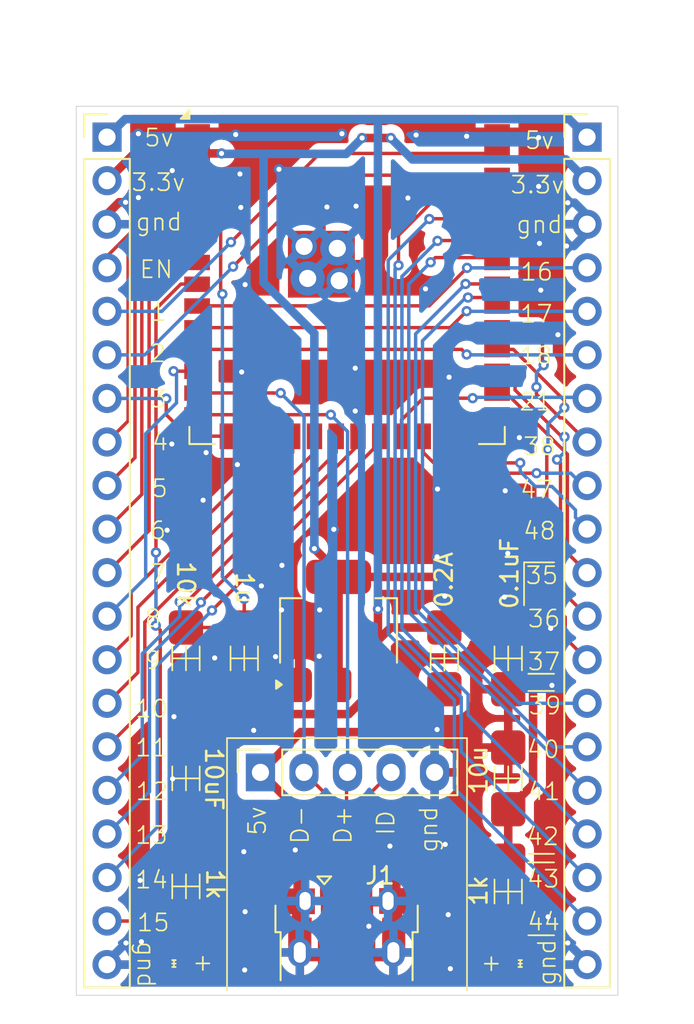
<source format=kicad_pcb>
(kicad_pcb (version 20240108) (generator "pcbnew") (generator_version "8.0")
  (layers (0 "F.Cu" signal) (31 "B.Cu" signal) (34 "B.Paste" user) (35 "F.Paste" user) (36 "B.SilkS" user "B.Silkscreen") (37 "F.SilkS" user "F.Silkscreen") (38 "B.Mask" user) (39 "F.Mask" user) (44 "Edge.Cuts" user))
  (net 0 "")
  (net 1 "GND")
  (net 2 "Net-(D1-A)")
  (net 3 "Net-(D2-A)")
  (net 4 "Net-(J1-VBUS)")
  (net 5 "unconnected-(J1-ID-Pad4)")
  (net 6 "/5v")
  (net 7 "/3.3v")
  (net 8 "/EN")
  (net 9 "/USB_D_N")
  (net 10 "/USB_D_P")
  (net 11 "/IO10")
  (net 12 "/IO4")
  (net 13 "/IO15")
  (net 14 "/IO9")
  (net 15 "/IO6")
  (net 16 "/IO14")
  (net 17 "/IO5")
  (net 18 "/IO2")
  (net 19 "/IO8")
  (net 20 "/IO13")
  (net 21 "/IO1")
  (net 22 "/IO11")
  (net 23 "/IO12")
  (net 24 "/IO7")
  (net 25 "/IO3")
  (net 26 "/IO44")
  (net 27 "/IO35")
  (net 28 "/IO36")
  (net 29 "/IO21")
  (net 30 "/IO41")
  (net 31 "/IO18")
  (net 32 "/IO42")
  (net 33 "/IO39")
  (net 34 "/IO38")
  (net 35 "/IO37")
  (net 36 "/IO47")
  (net 37 "/IO48")
  (net 38 "/IO40")
  (net 39 "/IO16")
  (net 40 "/IO43")
  (net 41 "/IO17")
  (net 42 "/IO45")
  (net 43 "/IO46")
  (net 44 "/IO0")
  (footprint "Connector_PinHeader_2.54mm:PinHeader_1x20_P2.54mm_Vertical" (layer "F.Cu") (at 114.17 75.7)
    (property "Reference" "J2" (hide yes))
    (property "Value" "Conn_01x20_Pin")
  )
  (footprint "Ivar_footprint_library:IVAR_1206_SMD_C" (layer "F.Cu") (at 122.175 107.9 -90)
    (property "Reference" "C4" (hide yes))
    (property "Value" "1u" (hide yes))
  )
  (footprint "Ivar_footprint_library:IVAR_Micro_USB_breakout_board_5pin" (layer "F.Cu") (at 123.12 112.75 90)
    (property "Reference" "Mico_USB_Breakout1" (hide yes))
    (property "Value" "Conn_01x05_Pin")
  )
  (footprint "Ivar_footprint_library:IVAR_1206_SMD_R" (layer "F.Cu") (at 118.775 121.2 -90)
    (property "Reference" "R2" (hide yes))
    (property "Value" "1k" (hide yes))
  )
  (footprint "Connector_PinHeader_2.54mm:PinHeader_1x20_P2.54mm_Vertical" (layer "F.Cu") (at 142.175 75.7)
    (property "Reference" "J3" (hide yes))
    (property "Value" "Conn_01x20_Pin")
  )
  (footprint "Ivar_footprint_library:IVAR_0603_SMD_LED" (layer "F.Cu") (at 118.775 123.9)
    (property "Reference" "D1" (hide yes))
    (property "Value" "5v" (hide yes))
  )
  (footprint "Connector_USB:USB_Micro-B_Amphenol_10103594-0001LF_Horizontal" (layer "F.Cu") (at 128.17 122.135)
    (property "Reference" "J1")
    (property "Value" "USB_B_Micro")
  )
  (footprint "Ivar_footprint_library:IVAR_1206_SMD_FUSE" (layer "F.Cu") (at 133.85 104.3 90)
    (property "Reference" "F1" (hide yes))
    (property "Value" "0.2A" (hide yes))
  )
  (footprint "Ivar_footprint_library:IVAR_1206_SMD_R" (layer "F.Cu") (at 118.775 104.3 90)
    (property "Reference" "R1" (hide yes))
    (property "Value" "10k" (hide yes))
  )
  (footprint "Ivar_footprint_library:IVAR_1206_SMD_R" (layer "F.Cu") (at 137.575 121.5 -90)
    (property "Reference" "R3" (hide yes))
    (property "Value" "1k" (hide yes))
  )
  (footprint "Ivar_footprint_library:IVAR_1206_SMD_C" (layer "F.Cu") (at 137.575 107.9 -90)
    (property "Reference" "C2" (hide yes))
    (property "Value" "0.1uF" (hide yes))
  )
  (footprint "Ivar_footprint_library:IVAR_0603_SMD_LED" (layer "F.Cu") (at 137.575 123.9 180)
    (property "Reference" "D2" (hide yes))
    (property "Value" "3.3v" (hide yes))
  )
  (footprint "Ivar_footprint_library:IVAR_1206_SMD_C" (layer "F.Cu") (at 118.775 111.3 90)
    (property "Reference" "C1" (hide yes))
    (property "Value" "10uF" (hide yes))
  )
  (footprint "Ivar_footprint_library:IVAR_1206_SMD_C" (layer "F.Cu") (at 137.575 111.3 90)
    (property "Reference" "C3" (hide yes))
    (property "Value" "10u" (hide yes))
  )
  (footprint "RF_Module:ESP32-S3-WROOM-1" (layer "F.Cu") (at 128.175 80.65)
    (property "Reference" "U2" (hide yes))
    (property "Value" "ESP32-S3-WROOM-1")
  )
  (footprint "Package_TO_SOT_SMD:SOT-223-3_TabPin2" (layer "F.Cu") (at 127.675 104.5 90)
    (property "Reference" "U1" (hide yes))
    (property "Value" "AMS1117-3.3")
  )
  (gr_line (start 140 108) (end 139 108) (stroke (width 0.1)) (layer "F.SilkS"))
  (gr_line (start 139 118) (end 140 118) (stroke (width 0.1)) (layer "F.SilkS"))
  (gr_line (start 140 107) (end 139 107) (stroke (width 0.1)) (layer "F.SilkS"))
  (gr_line (start 140 100.5) (end 140.25 100.5) (stroke (width 0.1)) (layer "F.SilkS"))
  (gr_line (start 140 122.25) (end 139 122.25) (stroke (width 0.1)) (layer "F.SilkS"))
  (gr_line (start 138.75 118) (end 140.25 118) (stroke (width 0.1)) (layer "F.SilkS"))
  (gr_line (start 138.5 100.5) (end 138.5 103) (stroke (width 0.1)) (layer "F.SilkS"))
  (gr_line (start 138.75 107) (end 140.25 107) (stroke (width 0.1)) (layer "F.SilkS"))
  (gr_line (start 140 117.5) (end 139 117.5) (stroke (width 0.1)) (layer "F.SilkS"))
  (gr_line (start 139 107) (end 138.75 107) (stroke (width 0.1)) (layer "F.SilkS"))
  (gr_line (start 140 100.5) (end 138.5 100.5) (stroke (width 0.1)) (layer "F.SilkS"))
  (gr_line (start 140.25 122.25) (end 138.75 122.25) (stroke (width 0.1)) (layer "F.SilkS"))
  (gr_line (start 140.25 117.5) (end 138.75 117.5) (stroke (width 0.1)) (layer "F.SilkS"))
  (gr_line (start 140.25 108) (end 138.75 108) (stroke (width 0.1)) (layer "F.SilkS"))
  (gr_line (start 143.975 125.75) (end 112.375 125.75) (stroke (width 0.05)) (layer "Edge.Cuts"))
  (gr_line (start 143.975 73.9) (end 112.375 73.9) (stroke (width 0.05)) (layer "Edge.Cuts"))
  (gr_line (start 143.975 73.9) (end 143.975 125.75) (stroke (width 0.05)) (layer "Edge.Cuts"))
  (gr_line (start 112.375 73.9) (end 112.375 125.75) (stroke (width 0.05)) (layer "Edge.Cuts"))
  (gr_text "gnd" (at 137.975 81.375 0) (layer "F.SilkS") (effects (font (size 1 1) (thickness 0.1)) (justify left bottom)))
  (gr_text "42" (at 138.575 117.075 0) (layer "F.SilkS") (effects (font (size 1 1) (thickness 0.1)) (justify left bottom)))
  (gr_text "9" (at 116.3 106.8 0) (layer "F.SilkS") (effects (font (size 1 1) (thickness 0.1)) (justify left bottom)))
  (gr_text "15" (at 115.85 122.1 0) (layer "F.SilkS") (effects (font (size 1 1) (thickness 0.1)) (justify left bottom)))
  (gr_text "36" (at 138.65 104.375 0) (layer "F.SilkS") (effects (font (size 1 1) (thickness 0.1)) (justify left bottom)))
  (gr_text "3.3v" (at 115.525 78.925 0) (layer "F.SilkS") (effects (font (size 1 1) (thickness 0.1)) (justify left bottom)))
  (gr_text "8" (at 116.3 104.35 0) (layer "F.SilkS") (effects (font (size 1 1) (thickness 0.1)) (justify left bottom)))
  (gr_text "3.3v" (at 137.64 79.07 0) (layer "F.SilkS") (effects (font (size 1 1) (thickness 0.1)) (justify left bottom)))
  (gr_text "35" (at 138.525 101.85 0) (layer "F.SilkS") (effects (font (size 1 1) (thickness 0.1)) (justify left bottom)))
  (gr_text "gnd" (at 115.86 122.53 -90) (layer "F.SilkS") (effects (font (size 1 1) (thickness 0.1)) (justify left bottom)))
  (gr_text "5v" (at 138.475 76.475 0) (layer "F.SilkS") (effects (font (size 1 1) (thickness 0.1)) (justify left bottom)))
  (gr_text "1" (at 116.625 86.5 0) (layer "F.SilkS") (effects (font (size 1 1) (thickness 0.1)) (justify left bottom)))
  (gr_text "40\n" (at 138.6 112 0) (layer "F.SilkS") (effects (font (size 1 1) (thickness 0.1)) (justify left bottom)))
  (gr_text "7" (at 116.6 101.725 0) (layer "F.SilkS") (effects (font (size 1 1) (thickness 0.1)) (justify left bottom)))
  (gr_text "6\n" (at 116.6 99.225 0) (layer "F.SilkS") (effects (font (size 1 1) (thickness 0.1)) (justify left bottom)))
  (gr_text "18" (at 138.175 89.025 0) (layer "F.SilkS") (effects (font (size 1 1) (thickness 0.1)) (justify left bottom)))
  (gr_text "12" (at 115.775 114.45 0) (layer "F.SilkS") (effects (font (size 1 1) (thickness 0.1)) (justify left bottom)))
  (gr_text "3" (at 116.65 91.55 0) (layer "F.SilkS") (effects (font (size 1 1) (thickness 0.1)) (justify left bottom)))
  (gr_text "10" (at 115.75 109.625 0) (layer "F.SilkS") (effects (font (size 1 1) (thickness 0.1)) (justify left bottom)))
  (gr_text "38" (at 138.375 94.325 0) (layer "F.SilkS") (effects (font (size 1 1) (thickness 0.1)) (justify left bottom)))
  (gr_text "EN\n" (at 116 84 0) (layer "F.SilkS") (effects (font (size 1 1) (thickness 0.1)) (justify left bottom)))
  (gr_text "4" (at 116.725 94.05 0) (layer "F.SilkS") (effects (font (size 1 1) (thickness 0.1)) (justify left bottom)))
  (gr_text "48" (at 138.375 99.25 0) (layer "F.SilkS") (effects (font (size 1 1) (thickness 0.1)) (justify left bottom)))
  (gr_text "21" (at 138.15 91.725 0) (layer "F.SilkS") (effects (font (size 1 1) (thickness 0.1)) (justify left bottom)))
  (gr_text "17" (at 138.2 86.6 0) (layer "F.SilkS") (effects (font (size 1 1) (thickness 0.1)) (justify left bottom)))
  (gr_text "39" (at 138.7 109.45 0) (layer "F.SilkS") (effects (font (size 1 1) (thickness 0.1)) (justify left bottom)))
  (gr_text "47" (at 138.2 96.85 0) (layer "F.SilkS") (effects (font (size 1 1) (thickness 0.1)) (justify left bottom)))
  (gr_text "44" (at 138.625 122.05 0) (layer "F.SilkS") (effects (font (size 1 1) (thickness 0.1)) (justify left bottom)))
  (gr_text "41" (at 138.65 114.45 0) (layer "F.SilkS") (effects (font (size 1 1) (thickness 0.1)) (justify left bottom)))
  (gr_text "43" (at 138.6 119.55 0) (layer "F.SilkS") (effects (font (size 1 1) (thickness 0.1)) (justify left bottom)))
  (gr_text "13" (at 115.75 117 0) (layer "F.SilkS") (effects (font (size 1 1) (thickness 0.1)) (justify left bottom)))
  (gr_text "gnd" (at 115.775 81.225 0) (layer "F.SilkS") (effects (font (size 1 1) (thickness 0.1)) (justify left bottom)))
  (gr_text "2" (at 116.6 88.9 0) (layer "F.SilkS") (effects (font (size 1 1) (thickness 0.1)) (justify left bottom)))
  (gr_text "5\n" (at 116.7 96.775 0) (layer "F.SilkS") (effects (font (size 1 1) (thickness 0.1)) (justify left bottom)))
  (gr_text "16" (at 138.225 84.15 0) (layer "F.SilkS") (effects (font (size 1 1) (thickness 0.1)) (justify left bottom)))
  (gr_text "14" (at 115.75 119.6 0) (layer "F.SilkS") (effects (font (size 1 1) (thickness 0.1)) (justify left bottom)))
  (gr_text "37" (at 138.65 106.875 0) (layer "F.SilkS") (effects (font (size 1 1) (thickness 0.1)) (justify left bottom)))
  (gr_text "gnd" (at 140.425 125.25 90) (layer "F.SilkS") (effects (font (size 1 1) (thickness 0.1)) (justify left bottom)))
  (gr_text "5v" (at 116.275 76.325 0) (layer "F.SilkS") (effects (font (size 1 1) (thickness 0.1)) (justify left bottom)))
  (gr_text "11" (at 115.75 111.9 0) (layer "F.SilkS") (effects (font (size 1 1) (thickness 0.1)) (justify left bottom)))
  (segment (start 127.185 123.52) (end 125.685 123.52) (width 0.5) (layer "F.Cu") (net 1))
  (segment (start 129.445 123.18) (end 129.445 121.725) (width 0.5) (layer "F.Cu") (net 1))
  (segment (start 114.175 80.2) (end 114.875 79.5) (width 0.5) (layer "F.Cu") (net 1))
  (segment (start 129.105 123.52) (end 130.605 123.52) (width 0.5) (layer "F.Cu") (net 1))
  (segment (start 129.445 121.725) (end 129.445 120.37) (width 0.5) (layer "F.Cu") (net 1))
  (segment (start 127.185 123.52) (end 129.105 123.52) (width 0.5) (layer "F.Cu") (net 1))
  (segment (start 130.605 123.52) (end 130.875 123.25) (width 0.2) (layer "F.Cu") (net 1))
  (segment (start 125.685 123.52) (end 125.415 123.25) (width 0.2) (layer "F.Cu") (net 1))
  (segment (start 129.105 123.52) (end 129.445 123.18) (width 0.5) (layer "F.Cu") (net 1))
  (segment (start 114.175 80.78) (end 114.175 80.2) (width 0.5) (layer "F.Cu") (net 1))
  (segment (start 114.875 79.5) (end 115.25 79.5) (width 0.5) (layer "F.Cu") (net 1))
  (via (at 122.15 117.375) (size 0.6) (drill 0.3) (layers "F.Cu" "B.Cu") (net 1))
  (via (at 141.05 79.525) (size 0.6) (drill 0.3) (layers "F.Cu" "B.Cu") (net 1))
  (via (at 139.475 84.625) (size 0.6) (drill 0.3) (layers "F.Cu" "B.Cu") (net 1))
  (via (at 124 106) (size 0.6) (drill 0.3) (layers "F.Cu" "B.Cu") (net 1))
  (via (at 134.075 121.05) (size 0.6) (drill 0.3) (layers "F.Cu" "B.Cu") (net 1))
  (via (at 139.9 121.175) (size 0.6) (drill 0.3) (layers "F.Cu" "B.Cu") (net 1))
  (via (at 116 75.5) (size 0.6) (drill 0.3) (layers "F.Cu" "B.Cu") (net 1))
  (via (at 128.7 79.725) (size 0.6) (drill 0.3) (layers "F.Cu" "B.Cu") (net 1))
  (via (at 126.55 105.975) (size 0.6) (drill 0.3) (layers "F.Cu" "B.Cu") (net 1))
  (via (at 116.1 119.05) (size 0.6) (drill 0.3) (layers "F.Cu" "B.Cu") (net 1))
  (via (at 129.445 121.725) (size 0.6) (drill 0.3) (layers "F.Cu" "B.Cu") (net 1))
  (via (at 119.775 96.875) (size 0.6) (drill 0.3) (layers "F.Cu" "B.Cu") (net 1))
  (via (at 132.2 75.575) (size 0.6) (drill 0.3) (layers "F.Cu" "B.Cu") (net 1))
  (via (at 133.425 100.175) (size 0.6) (drill 0.3) (layers "F.Cu" "B.Cu") (net 1))
  (via (at 124.2 77.575) (size 0.6) (drill 0.3) (layers "F.Cu" "B.Cu") (net 1))
  (via (at 138.225 93.225) (size 0.6) (drill 0.3) (layers "F.Cu" "B.Cu") (net 1))
  (via (at 127.4 98.575) (size 0.6) (drill 0.3) (layers "F.Cu" "B.Cu") (net 1))
  (via (at 132.75 84.55) (size 0.6) (drill 0.3) (layers "F.Cu" "B.Cu") (net 1))
  (via (at 128.65 89.175) (size 0.6) (drill 0.3) (layers "F.Cu" "B.Cu") (net 1))
  (via (at 122.2 124.275) (size 0.6) (drill 0.3) (layers "F.Cu" "B.Cu") (net 1))
  (via (at 130.675 117.05) (size 0.6) (drill 0.3) (layers "F.Cu" "B.Cu") (net 1))
  (via (at 133.425 110.25) (size 0.6) (drill 0.3) (layers "F.Cu" "B.Cu") (net 1))
  (via (at 133.9 116.95) (size 0.6) (drill 0.3) (layers "F.Cu" "B.Cu") (net 1))
  (via (at 134.2 124.2) (size 0.6) (drill 0.3) (layers "F.Cu" "B.Cu") (net 1))
  (via (at 127.875 75.5) (size 0.6) (drill 0.3) (layers "F.Cu" "B.Cu") (net 1))
  (via (at 139.4 81.9) (size 0.6) (drill 0.3) (layers "F.Cu" "B.Cu") (net 1))
  (via (at 133.875 102.475) (size 0.6) (drill 0.3) (layers "F.Cu" "B.Cu") (net 1))
  (via (at 134.125 89.7) (size 0.6) (drill 0.3) (layers "F.Cu" "B.Cu") (net 1))
  (via (at 115.25 79.5) (size 0.6) (drill 0.3) (layers "F.Cu" "B.Cu") (net 1))
  (via (at 125.15 117.275) (size 0.6) (drill 0.3) (layers "F.Cu" "B.Cu") (net 1))
  (via (at 122.225 120.875) (size 0.6) (drill 0.3) (layers "F.Cu" "B.Cu") (net 1))
  (via (at 117.975 77.65) (size 0.6) (drill 0.3) (layers "F.Cu" "B.Cu") (net 1))
  (via (at 140.975 82.05) (size 0.6) (drill 0.3) (layers "F.Cu" "B.Cu") (net 1))
  (via (at 121.775 94.8) (size 0.6) (drill 0.3) (layers "F.Cu" "B.Cu") (net 1))
  (via (at 139.35 75.725) (size 0.6) (drill 0.3) (layers "F.Cu" "B.Cu") (net 1))
  (via (at 118.075 109.5) (size 0.6) (drill 0.3) (layers "F.Cu" "B.Cu") (net 1))
  (via (at 137.35 102.525) (size 0.6) (drill 0.3) (layers "F.Cu" "B.Cu") (net 1))
  (via (at 140.05 104.35) (size 0.6) (drill 0.3) (layers "F.Cu" "B.Cu") (net 1))
  (via (at 116 79.225) (size 0.6) (drill 0.3) (layers "F.Cu" "B.Cu") (net 1))
  (via (at 140.475 87.225) (size 0.6) (drill 0.3) (layers "F.Cu" "B.Cu") (net 1))
  (via (at 116.175 122.625) (size 0.6) (drill 0.3) (layers "F.Cu" "B.Cu") (net 1))
  (via (at 117.675 98.625) (size 0.6) (drill 0.3) (layers "F.Cu" "B.Cu") (net 1))
  (via (at 140.125 107.675) (size 0.6) (drill 0.3) (layers "F.Cu" "B.Cu") (net 1))
  (via (at 121.675 75.55) (size 0.6) (drill 0.3) (layers "F.Cu" "B.Cu") (net 1))
  (via (at 121.975 79.8) (size 0.6) (drill 0.3) (layers "F.Cu" "B.Cu") (net 1))
  (via (at 131.725 79.25) (size 0.6) (drill 0.3) (layers "F.Cu" "B.Cu") (net 1))
  (via (at 126.575 103.275) (size 0.6) (drill 0.3) (layers "F.Cu" "B.Cu") (net 1))
  (via (at 128.65 91.675) (size 0.6) (drill 0.3) (layers "F.Cu" "B.Cu") (net 1))
  (via (at 122.025 89.4) (size 0.6) (drill 0.3) (layers "F.Cu" "B.Cu") (net 1))
  (via (at 121.925 77.85) (size 0.6) (drill 0.3) (layers "F.Cu" "B.Cu") (net 1))
  (via (at 117.95 93.6) (size 0.6) (drill 0.3) (layers "F.Cu" "B.Cu") (net 1))
  (via (at 141.05 122.7) (size 0.6) (drill 0.3) (layers "F.Cu" "B.Cu") (net 1))
  (via (at 139.35 78.575) (size 0.6) (drill 0.3) (layers "F.Cu" "B.Cu") (net 1))
  (via (at 119.95 94.1) (size 0.6) (drill 0.3) (layers "F.Cu" "B.Cu") (net 1))
  (via (at 137.4 96.325) (size 0.6) (drill 0.3) (layers "F.Cu" "B.Cu") (net 1))
  (via (at 124.35 103.275) (size 0.6) (drill 0.3) (layers "F.Cu" "B.Cu") (net 1))
  (via (at 123.175 101.875) (size 0.6) (drill 0.3) (layers "F.Cu" "B.Cu") (net 1))
  (via (at 115.275 122.7) (size 0.6) (drill 0.3) (layers "F.Cu" "B.Cu") (net 1))
  (via (at 122.225 84.3) (size 0.6) (drill 0.3) (layers "F.Cu" "B.Cu") (net 1))
  (via (at 122.725 110.3) (size 0.6) (drill 0.3) (layers "F.Cu" "B.Cu") (net 1))
  (via (at 137.55 99.975) (size 0.6) (drill 0.3) (layers "F.Cu" "B.Cu") (net 1))
  (via (at 124.375 100.675) (size 0.6) (drill 0.3) (layers "F.Cu" "B.Cu") (net 1))
  (via (at 118 113.125) (size 0.6) (drill 0.3) (layers "F.Cu" "B.Cu") (net 1))
  (via (at 133.45 96.225) (size 0.6) (drill 0.3) (layers "F.Cu" "B.Cu") (net 1))
  (via (at 127 79.775) (size 0.6) (drill 0.3) (layers "F.Cu" "B.Cu") (net 1))
  (via (at 120.45 106.075) (size 0.6) (drill 0.3) (layers "F.Cu" "B.Cu") (net 1))
  (via (at 135.15 75.65) (size 0.6) (drill 0.3) (layers "F.Cu" "B.Cu") (net 1))
  (segment (start 140.975 82.05) (end 141.4 82.05) (width 0.5) (layer "B.Cu") (net 1))
  (segment (start 142.175 81.275) (end 142.175 80.78) (width 0.5) (layer "B.Cu") (net 1))
  (segment (start 142.175 123.825) (end 141.05 122.7) (width 0.5) (layer "B.Cu") (net 1))
  (segment (start 142.175 123.96) (end 142.175 123.825) (width 0.5) (layer "B.Cu") (net 1))
  (segment (start 114.175 123.96) (end 114.175 123.8) (width 0.5) (layer "B.Cu") (net 1))
  (segment (start 141.45 79.525) (end 142.175 80.25) (width 0.5) (layer "B.Cu") (net 1))
  (segment (start 141.05 79.525) (end 141.45 79.525) (width 0.5) (layer "B.Cu") (net 1))
  (segment (start 114.175 123.8) (end 115.275 122.7) (width 0.5) (layer "B.Cu") (net 1))
  (segment (start 142.175 80.25) (end 142.175 80.78) (width 0.5) (layer "B.Cu") (net 1))
  (segment (start 141.4 82.05) (end 142.175 81.275) (width 0.5) (layer "B.Cu") (net 1))
  (segment (start 118.775 121.2) (end 118.775 123.9) (width 0.2) (layer "F.Cu") (net 2))
  (segment (start 137.575 121.5) (end 137.575 123.9) (width 0.2) (layer "F.Cu") (net 3))
  (segment (start 126.845 116.47) (end 126.845 120.37) (width 0.5) (layer "F.Cu") (net 4))
  (segment (start 123.125 112.75) (end 125.475 110.4) (width 0.5) (layer "F.Cu") (net 4))
  (segment (start 131.3475 110.4) (end 133.8475 107.9) (width 0.5) (layer "F.Cu") (net 4))
  (segment (start 125.475 110.4) (end 131.3475 110.4) (width 0.5) (layer "F.Cu") (net 4))
  (segment (start 123.125 112.75) (end 126.845 116.47) (width 0.5) (layer "F.Cu") (net 4))
  (segment (start 128.795 120.37) (end 128.795 114.7) (width 0.2) (layer "F.Cu") (net 5))
  (segment (start 128.795 114.7) (end 130.745 112.75) (width 0.2) (layer "F.Cu") (net 5))
  (segment (start 130.725 104.3) (end 129.975 105.05) (width 0.5) (layer "F.Cu") (net 6))
  (segment (start 120.225 109.35) (end 118.775 107.9) (width 0.5) (layer "F.Cu") (net 6))
  (segment (start 133.8475 104.3) (end 130.725 104.3) (width 0.5) (layer "F.Cu") (net 6))
  (segment (start 133.8475 104.3) (end 137.575 104.3) (width 0.5) (layer "F.Cu") (net 6))
  (segment (start 120.225 109.35) (end 128.275 109.35) (width 0.5) (layer "F.Cu") (net 6))
  (segment (start 128.275 109.35) (end 129.975 107.65) (width 0.5) (layer "F.Cu") (net 6))
  (segment (start 129.975 105.05) (end 129.975 107.65) (width 0.5) (layer "F.Cu") (net 6))
  (segment (start 120.225 113.45) (end 120.225 109.35) (width 0.5) (layer "F.Cu") (net 6))
  (segment (start 118.775 114.9) (end 118.775 117.9) (width 0.5) (layer "F.Cu") (net 6))
  (segment (start 129.975 105.05) (end 129.975 103.225) (width 0.5) (layer "F.Cu") (net 6))
  (segment (start 118.775 114.9) (end 120.225 113.45) (width 0.5) (layer "F.Cu") (net 6))
  (via (at 129.975 103.225) (size 0.6) (drill 0.3) (layers "F.Cu" "B.Cu") (net 6))
  (segment (start 133.85 74.65) (end 129.975 74.65) (width 0.5) (layer "B.Cu") (net 6))
  (segment (start 115.225 74.65) (end 114.175 75.7) (width 0.5) (layer "B.Cu") (net 6))
  (segment (start 141.125 74.65) (end 142.175 75.7) (width 0.5) (layer "B.Cu") (net 6))
  (segment (start 129.975 74.65) (end 115.225 74.65) (width 0.5) (layer "B.Cu") (net 6))
  (segment (start 133.85 74.65) (end 141.125 74.65) (width 0.5) (layer "B.Cu") (net 6))
  (segment (start 129.975 103.225) (end 129.975 74.65) (width 0.5) (layer "B.Cu") (net 6))
  (segment (start 127.675 101.35) (end 127.675 101.11) (width 0.5) (layer "F.Cu") (net 7))
  (segment (start 120.85 76.65) (end 119.425 76.65) (width 0.5) (layer "F.Cu") (net 7))
  (segment (start 127.675 101.11) (end 126.265 99.7) (width 0.5) (layer "F.Cu") (net 7))
  (segment (start 127.675 101.35) (end 137.775 101.35) (width 0.5) (layer "F.Cu") (net 7))
  (segment (start 115.765 76.65) (end 114.175 78.24) (width 0.5) (layer "F.Cu") (net 7))
  (segment (start 137.775 101.35) (end 139.025 102.6) (width 0.5) (layer "F.Cu") (net 7))
  (segment (start 139.025 113.45) (end 137.575 114.9) (width 0.5) (layer "F.Cu") (net 7))
  (segment (start 127.675 107.65) (end 127.675 101.35) (width 0.5) (layer "F.Cu") (net 7))
  (segment (start 119.425 76.65) (end 115.765 76.65) (width 0.5) (layer "F.Cu") (net 7))
  (segment (start 139.025 102.6) (end 139.025 113.45) (width 0.5) (layer "F.Cu") (net 7))
  (segment (start 137.575 117.9) (end 137.575 114.9) (width 0.5) (layer "F.Cu") (net 7))
  (segment (start 129.05 75.75) (end 130.725 75.75) (width 0.5) (layer "F.Cu") (net 7))
  (via (at 129.05 75.75) (size 0.6) (drill 0.3) (layers "F.Cu" "B.Cu") (net 7))
  (via (at 130.725 75.75) (size 0.6) (drill 0.3) (layers "F.Cu" "B.Cu") (net 7))
  (via (at 120.85 76.65) (size 0.6) (drill 0.3) (layers "F.Cu" "B.Cu") (net 7))
  (via (at 126.265 99.7) (size 0.6) (drill 0.3) (layers "F.Cu" "B.Cu") (net 7))
  (segment (start 120.875 76.675) (end 120.85 76.65) (width 0.5) (layer "B.Cu") (net 7))
  (segment (start 130.725 75.75) (end 131.975 77) (width 0.5) (layer "B.Cu") (net 7))
  (segment (start 123.3 76.675) (end 128.125 76.675) (width 0.5) (layer "B.Cu") (net 7))
  (segment (start 128.125 76.675) (end 129.05 75.75) (width 0.5) (layer "B.Cu") (net 7))
  (segment (start 123.3 84.175) (end 123.3 76.675) (width 0.5) (layer "B.Cu") (net 7))
  (segment (start 140.935 77) (end 142.175 78.24) (width 0.5) (layer "B.Cu") (net 7))
  (segment (start 123.3 76.675) (end 120.875 76.675) (width 0.5) (layer "B.Cu") (net 7))
  (segment (start 131.975 77) (end 140.935 77) (width 0.5) (layer "B.Cu") (net 7))
  (segment (start 126.265 87.14) (end 123.3 84.175) (width 0.5) (layer "B.Cu") (net 7))
  (segment (start 126.265 99.7) (end 126.265 87.14) (width 0.5) (layer "B.Cu") (net 7))
  (segment (start 122.175 104.3) (end 118.775 104.3) (width 0.2) (layer "F.Cu") (net 8))
  (segment (start 120.9 84.85) (end 120.8 84.75) (width 0.2) (layer "F.Cu") (net 8))
  (segment (start 120.375 77.92) (end 119.425 77.92) (width 0.2) (layer "F.Cu") (net 8))
  (segment (start 122.175 102.625) (end 122.175 104.3) (width 0.2) (layer "F.Cu") (net 8))
  (segment (start 114.175 82.64) (end 114.175 83.32) (width 0.2) (layer "F.Cu") (net 8))
  (segment (start 119.425 77.92) (end 118.895 77.92) (width 0.2) (layer "F.Cu") (net 8))
  (segment (start 120.8 84.75) (end 120.8 78.345) (width 0.2) (layer "F.Cu") (net 8))
  (segment (start 118.895 77.92) (end 114.175 82.64) (width 0.2) (layer "F.Cu") (net 8))
  (segment (start 120.8 78.345) (end 120.375 77.92) (width 0.2) (layer "F.Cu") (net 8))
  (via (at 120.9 84.85) (size 0.6) (drill 0.3) (layers "F.Cu" "B.Cu") (net 8))
  (via (at 122.175 102.625) (size 0.6) (drill 0.3) (layers "F.Cu" "B.Cu") (net 8))
  (segment (start 120.9 84.85) (end 120.9 101.35) (width 0.2) (layer "B.Cu") (net 8))
  (segment (start 120.9 101.35) (end 122.175 102.625) (width 0.2) (layer "B.Cu") (net 8))
  (segment (start 124.3 90.625) (end 123.85 90.625) (width 0.2) (layer "F.Cu") (net 9))
  (segment (start 125.665 112.75) (end 127.495 114.58) (width 0.2) (layer "F.Cu") (net 9))
  (segment (start 123.845 90.62) (end 119.425 90.62) (width 0.2) (layer "F.Cu") (net 9))
  (segment (start 123.85 90.625) (end 123.845 90.62) (width 0.2) (layer "F.Cu") (net 9))
  (segment (start 127.495 114.58) (end 127.495 120.37) (width 0.2) (layer "F.Cu") (net 9))
  (via (at 124.3 90.625) (size 0.6) (drill 0.3) (layers "F.Cu" "B.Cu") (net 9))
  (segment (start 125.665 91.99) (end 124.3 90.625) (width 0.2) (layer "B.Cu") (net 9))
  (segment (start 125.665 112.75) (end 125.665 91.99) (width 0.2) (layer "B.Cu") (net 9))
  (segment (start 127.224998 91.89) (end 119.425 91.89) (width 0.2) (layer "F.Cu") (net 10))
  (segment (start 128.145 120.37) (end 128.145 112.81) (width 0.2) (layer "F.Cu") (net 10))
  (segment (start 127.225 91.889998) (end 127.224998 91.89) (width 0.2) (layer "F.Cu") (net 10))
  (segment (start 128.145 112.81) (end 128.205 112.75) (width 0.2) (layer "F.Cu") (net 10))
  (via (at 127.225 91.889998) (size 0.6) (drill 0.3) (layers "F.Cu" "B.Cu") (net 10))
  (segment (start 128.205 112.75) (end 128.205 92.869998) (width 0.2) (layer "B.Cu") (net 10))
  (segment (start 128.205 92.869998) (end 127.225 91.889998) (width 0.2) (layer "B.Cu") (net 10))
  (segment (start 125 94.09) (end 115.975 103.115) (width 0.2) (layer "F.Cu") (net 11))
  (segment (start 115.975 103.115) (end 115.975 106.92) (width 0.2) (layer "F.Cu") (net 11))
  (segment (start 115.975 106.92) (end 114.175 108.72) (width 0.2) (layer "F.Cu") (net 11))
  (segment (start 125 93.14) (end 125 94.09) (width 0.2) (layer "F.Cu") (net 11))
  (segment (start 115.4 92.255) (end 114.175 93.48) (width 0.2) (layer "F.Cu") (net 12))
  (segment (start 118.475 79.19) (end 115.4 82.265) (width 0.2) (layer "F.Cu") (net 12))
  (segment (start 119.425 79.19) (end 118.475 79.19) (width 0.2) (layer "F.Cu") (net 12))
  (segment (start 115.4 82.265) (end 115.4 92.255) (width 0.2) (layer "F.Cu") (net 12))
  (segment (start 117.275 104.45) (end 117.016765 104.191765) (width 0.2) (layer "F.Cu") (net 13))
  (segment (start 117.275 119.825) (end 117.275 104.45) (width 0.2) (layer "F.Cu") (net 13))
  (segment (start 115.68 121.42) (end 117.275 119.825) (width 0.2) (layer "F.Cu") (net 13))
  (segment (start 114.175 121.42) (end 115.68 121.42) (width 0.2) (layer "F.Cu") (net 13))
  (segment (start 118.475 84.27) (end 117.025 85.72) (width 0.2) (layer "F.Cu") (net 13))
  (segment (start 119.425 84.27) (end 118.475 84.27) (width 0.2) (layer "F.Cu") (net 13))
  (segment (start 117.025 85.72) (end 117.025 99.925) (width 0.2) (layer "F.Cu") (net 13))
  (via (at 117.016765 104.191765) (size 0.6) (drill 0.3) (layers "F.Cu" "B.Cu") (net 13))
  (via (at 117.025 99.925) (size 0.6) (drill 0.3) (layers "F.Cu" "B.Cu") (net 13))
  (segment (start 117.025 99.925) (end 117.025 104.18353) (width 0.2) (layer "B.Cu") (net 13))
  (segment (start 117.025 104.18353) (end 117.016765 104.191765) (width 0.2) (layer "B.Cu") (net 13))
  (segment (start 123.73 94.09) (end 115.575 102.245) (width 0.2) (layer "F.Cu") (net 14))
  (segment (start 123.73 93.14) (end 123.73 94.09) (width 0.2) (layer "F.Cu") (net 14))
  (segment (start 115.575 104.78) (end 114.175 106.18) (width 0.2) (layer "F.Cu") (net 14))
  (segment (start 115.575 102.245) (end 115.575 104.78) (width 0.2) (layer "F.Cu") (net 14))
  (segment (start 116.2 96.535) (end 114.175 98.56) (width 0.2) (layer "F.Cu") (net 15))
  (segment (start 118.475 81.73) (end 116.2 84.005) (width 0.2) (layer "F.Cu") (net 15))
  (segment (start 119.425 81.73) (end 118.475 81.73) (width 0.2) (layer "F.Cu") (net 15))
  (segment (start 116.2 84.005) (end 116.2 96.535) (width 0.2) (layer "F.Cu") (net 15))
  (segment (start 130.08 93.14) (end 130.08 93.516744) (width 0.2) (layer "F.Cu") (net 16))
  (segment (start 130.08 93.516744) (end 120.291391 103.305353) (width 0.2) (layer "F.Cu") (net 16))
  (via (at 120.291391 103.305353) (size 0.6) (drill 0.3) (layers "F.Cu" "B.Cu") (net 16))
  (segment (start 117.1 106.496744) (end 117.1 115.955) (width 0.2) (layer "B.Cu") (net 16))
  (segment (start 120.291391 103.305353) (end 117.1 106.496744) (width 0.2) (layer "B.Cu") (net 16))
  (segment (start 117.1 115.955) (end 114.175 118.88) (width 0.2) (layer "B.Cu") (net 16))
  (segment (start 115.8 94.395) (end 114.175 96.02) (width 0.2) (layer "F.Cu") (net 17))
  (segment (start 115.8 83.135) (end 115.8 94.395) (width 0.2) (layer "F.Cu") (net 17))
  (segment (start 119.425 80.46) (end 118.475 80.46) (width 0.2) (layer "F.Cu") (net 17))
  (segment (start 118.475 80.46) (end 115.8 83.135) (width 0.2) (layer "F.Cu") (net 17))
  (segment (start 126.855 77.92) (end 121.525 83.25) (width 0.2) (layer "F.Cu") (net 18))
  (segment (start 136.925 77.92) (end 126.855 77.92) (width 0.2) (layer "F.Cu") (net 18))
  (via (at 121.525 83.25) (size 0.6) (drill 0.3) (layers "F.Cu" "B.Cu") (net 18))
  (segment (start 121.525 83.25) (end 116.375 88.4) (width 0.2) (layer "B.Cu") (net 18))
  (segment (start 116.375 88.4) (end 114.175 88.4) (width 0.2) (layer "B.Cu") (net 18))
  (segment (start 118.05 89.35) (end 119.425 89.35) (width 0.2) (layer "F.Cu") (net 19))
  (via (at 118.05 89.35) (size 0.6) (drill 0.3) (layers "F.Cu" "B.Cu") (net 19))
  (segment (start 118.225 91.198529) (end 118.225 89.525) (width 0.2) (layer "B.Cu") (net 19))
  (segment (start 116.425 92.998529) (end 118.225 91.198529) (width 0.2) (layer "B.Cu") (net 19))
  (segment (start 118.225 89.525) (end 118.05 89.35) (width 0.2) (layer "B.Cu") (net 19))
  (segment (start 114.175 103.64) (end 116.425 101.39) (width 0.2) (layer "B.Cu") (net 19))
  (segment (start 116.425 101.39) (end 116.425 92.998529) (width 0.2) (layer "B.Cu") (net 19))
  (segment (start 128.81 93.668527) (end 119.646264 102.832263) (width 0.2) (layer "F.Cu") (net 20))
  (segment (start 128.81 93.14) (end 128.81 93.668527) (width 0.2) (layer "F.Cu") (net 20))
  (via (at 119.646264 102.832263) (size 0.6) (drill 0.3) (layers "F.Cu" "B.Cu") (net 20))
  (segment (start 116.647744 105.975) (end 116.647744 113.867256) (width 0.2) (layer "B.Cu") (net 20))
  (segment (start 119.646264 102.832263) (end 119.646264 102.97648) (width 0.2) (layer "B.Cu") (net 20))
  (segment (start 116.647744 113.867256) (end 114.175 116.34) (width 0.2) (layer "B.Cu") (net 20))
  (segment (start 118.808526 103.814218) (end 118.808526 103.814219) (width 0.2) (layer "B.Cu") (net 20))
  (segment (start 119.646264 102.97648) (end 118.808526 103.814218) (width 0.2) (layer "B.Cu") (net 20))
  (segment (start 118.808526 103.814219) (end 116.647744 105.975) (width 0.2) (layer "B.Cu") (net 20))
  (segment (start 126.575 76.65) (end 121.4 81.825) (width 0.2) (layer "F.Cu") (net 21))
  (segment (start 136.925 76.65) (end 126.575 76.65) (width 0.2) (layer "F.Cu") (net 21))
  (via (at 121.4 81.825) (size 0.6) (drill 0.3) (layers "F.Cu" "B.Cu") (net 21))
  (segment (start 117.365 85.86) (end 114.175 85.86) (width 0.2) (layer "B.Cu") (net 21))
  (segment (start 121.4 81.825) (end 117.365 85.86) (width 0.2) (layer "B.Cu") (net 21))
  (segment (start 116.375 109.06) (end 114.175 111.26) (width 0.2) (layer "F.Cu") (net 22))
  (segment (start 126.27 94.09) (end 116.375 103.985) (width 0.2) (layer "F.Cu") (net 22))
  (segment (start 126.27 93.14) (end 126.27 94.09) (width 0.2) (layer "F.Cu") (net 22))
  (segment (start 116.375 103.985) (end 116.375 109.06) (width 0.2) (layer "F.Cu") (net 22))
  (segment (start 127.54 94.09) (end 118.829999 102.800001) (width 0.2) (layer "F.Cu") (net 23))
  (segment (start 118.829999 102.800001) (end 118.408526 102.800001) (width 0.2) (layer "F.Cu") (net 23))
  (segment (start 127.54 93.14) (end 127.54 94.09) (width 0.2) (layer "F.Cu") (net 23))
  (via (at 118.408526 102.800001) (size 0.6) (drill 0.3) (layers "F.Cu" "B.Cu") (net 23))
  (segment (start 118.408526 103.648533) (end 116.225 105.832059) (width 0.2) (layer "B.Cu") (net 23))
  (segment (start 118.408526 102.800001) (end 118.408526 103.648533) (width 0.2) (layer "B.Cu") (net 23))
  (segment (start 116.225 111.75) (end 114.175 113.8) (width 0.2) (layer "B.Cu") (net 23))
  (segment (start 116.225 105.832059) (end 116.225 111.75) (width 0.2) (layer "B.Cu") (net 23))
  (segment (start 118.475 83) (end 116.625 84.85) (width 0.2) (layer "F.Cu") (net 24))
  (segment (start 119.425 83) (end 118.475 83) (width 0.2) (layer "F.Cu") (net 24))
  (segment (start 116.625 98.65) (end 114.175 101.1) (width 0.2) (layer "F.Cu") (net 24))
  (segment (start 116.625 84.85) (end 116.625 98.65) (width 0.2) (layer "F.Cu") (net 24))
  (segment (start 121.19 93.14) (end 118.875 93.14) (width 0.2) (layer "F.Cu") (net 25))
  (segment (start 117.625 91.89) (end 117.625 90.95) (width 0.2) (layer "F.Cu") (net 25))
  (segment (start 118.875 93.14) (end 117.625 91.89) (width 0.2) (layer "F.Cu") (net 25))
  (via (at 117.625 90.95) (size 0.6) (drill 0.3) (layers "F.Cu" "B.Cu") (net 25))
  (segment (start 117.615 90.94) (end 114.175 90.94) (width 0.2) (layer "B.Cu") (net 25))
  (segment (start 117.625 90.95) (end 117.615 90.94) (width 0.2) (layer "B.Cu") (net 25))
  (segment (start 132.975 80.475) (end 132.99 80.46) (width 0.2) (layer "F.Cu") (net 26))
  (segment (start 132.99 80.46) (end 136.925 80.46) (width 0.2) (layer "F.Cu") (net 26))
  (via (at 132.975 80.475) (size 0.6) (drill 0.3) (layers "F.Cu" "B.Cu") (net 26))
  (segment (start 130.575 102.976471) (end 130.575 82.875) (width 0.2) (layer "B.Cu") (net 26))
  (segment (start 130.575 104.673529) (end 130.575 102.976471) (width 0.2) (layer "B.Cu") (net 26))
  (segment (start 134.435 113.68) (end 134.435 108.533529) (width 0.2) (layer "B.Cu") (net 26))
  (segment (start 130.575 82.875) (end 132.975 80.475) (width 0.2) (layer "B.Cu") (net 26))
  (segment (start 134.435 108.533529) (end 130.575 104.673529) (width 0.2) (layer "B.Cu") (net 26))
  (segment (start 142.175 121.42) (end 134.435 113.68) (width 0.2) (layer "B.Cu") (net 26))
  (segment (start 141.025 94.19) (end 141.025 99.95) (width 0.2) (layer "F.Cu") (net 27))
  (segment (start 137.455 90.62) (end 141.025 94.19) (width 0.2) (layer "F.Cu") (net 27))
  (segment (start 141.025 99.95) (end 142.175 101.1) (width 0.2) (layer "F.Cu") (net 27))
  (segment (start 136.925 90.62) (end 137.455 90.62) (width 0.2) (layer "F.Cu") (net 27))
  (segment (start 140.625 102.09) (end 142.175 103.64) (width 0.2) (layer "F.Cu") (net 28))
  (segment (start 140.625 94.706765) (end 140.625 102.09) (width 0.2) (layer "F.Cu") (net 28))
  (segment (start 137.975 89.87) (end 137.975 90.45) (width 0.2) (layer "F.Cu") (net 28))
  (segment (start 137.455 89.35) (end 137.975 89.87) (width 0.2) (layer "F.Cu") (net 28))
  (segment (start 137.975 90.45) (end 140.701116 93.176116) (width 0.2) (layer "F.Cu") (net 28))
  (segment (start 140.701116 93.176116) (end 140.859646 93.176116) (width 0.2) (layer "F.Cu") (net 28))
  (segment (start 136.925 89.35) (end 137.455 89.35) (width 0.2) (layer "F.Cu") (net 28))
  (segment (start 140.425 94.506765) (end 140.625 94.706765) (width 0.2) (layer "F.Cu") (net 28))
  (via (at 140.425 94.506765) (size 0.6) (drill 0.3) (layers "F.Cu" "B.Cu") (net 28))
  (via (at 140.859646 93.176116) (size 0.6) (drill 0.3) (layers "F.Cu" "B.Cu") (net 28))
  (segment (start 140.859646 93.176116) (end 140.859646 94.072119) (width 0.2) (layer "B.Cu") (net 28))
  (segment (start 140.859646 94.072119) (end 140.425 94.506765) (width 0.2) (layer "B.Cu") (net 28))
  (segment (start 135.5 90.925) (end 132.615 90.925) (width 0.2) (layer "F.Cu") (net 29))
  (segment (start 132.615 90.925) (end 131.35 92.19) (width 0.2) (layer "F.Cu") (net 29))
  (segment (start 131.35 92.19) (end 131.35 93.14) (width 0.2) (layer "F.Cu") (net 29))
  (via (at 135.5 90.925) (size 0.6) (drill 0.3) (layers "F.Cu" "B.Cu") (net 29))
  (segment (start 135.5 90.925) (end 135.549265 90.875735) (width 0.2) (layer "B.Cu") (net 29))
  (segment (start 135.549265 90.875735) (end 142.110735 90.875735) (width 0.2) (layer "B.Cu") (net 29))
  (segment (start 142.110735 90.875735) (end 142.175 90.94) (width 0.2) (layer "B.Cu") (net 29))
  (segment (start 136.65 82.725) (end 136.925 83) (width 0.2) (layer "F.Cu") (net 30))
  (segment (start 133.32353 82.725) (end 136.65 82.725) (width 0.2) (layer "F.Cu") (net 30))
  (segment (start 133.049265 82.999265) (end 133.32353 82.725) (width 0.2) (layer "F.Cu") (net 30))
  (via (at 133.049265 82.999265) (size 0.6) (drill 0.3) (layers "F.Cu" "B.Cu") (net 30))
  (segment (start 131.775 84.434315) (end 131.775 84.27353) (width 0.2) (layer "B.Cu") (net 30))
  (segment (start 131.775 84.27353) (end 133.049265 82.999265) (width 0.2) (layer "B.Cu") (net 30))
  (segment (start 131.775 99.75) (end 131.775 84.434315) (width 0.2) (layer "B.Cu") (net 30))
  (segment (start 142.175 113.8) (end 131.775 103.4) (width 0.2) (layer "B.Cu") (net 30))
  (segment (start 131.775 103.4) (end 131.775 99.75) (width 0.2) (layer "B.Cu") (net 30))
  (segment (start 119.425 88.08) (end 134.855 88.08) (width 0.2) (layer "F.Cu") (net 31))
  (segment (start 134.855 88.08) (end 135.15 88.375) (width 0.2) (layer "F.Cu") (net 31))
  (via (at 135.15 88.375) (size 0.6) (drill 0.3) (layers "F.Cu" "B.Cu") (net 31))
  (segment (start 135.175 88.4) (end 142.175 88.4) (width 0.2) (layer "B.Cu") (net 31))
  (segment (start 135.15 88.375) (end 135.175 88.4) (width 0.2) (layer "B.Cu") (net 31))
  (segment (start 133.45 81.75) (end 133.47 81.73) (width 0.2) (layer "F.Cu") (net 32))
  (segment (start 133.47 81.73) (end 136.925 81.73) (width 0.2) (layer "F.Cu") (net 32))
  (via (at 133.45 81.75) (size 0.6) (drill 0.3) (layers "F.Cu" "B.Cu") (net 32))
  (segment (start 131.375 104.342158) (end 131.375 84.6) (width 0.2) (layer "B.Cu") (net 32))
  (segment (start 142.175 116.34) (end 135.235 109.4) (width 0.2) (layer "B.Cu") (net 32))
  (segment (start 133.266421 106.233579) (end 131.375 104.342158) (width 0.2) (layer "B.Cu") (net 32))
  (segment (start 135.235 109.4) (end 135.235 108.202158) (width 0.2) (layer "B.Cu") (net 32))
  (segment (start 135.235 108.202158) (end 133.266421 106.233579) (width 0.2) (layer "B.Cu") (net 32))
  (segment (start 131.375 84.6) (end 131.375 83.825) (width 0.2) (layer "B.Cu") (net 32))
  (segment (start 131.375 83.825) (end 133.45 81.75) (width 0.2) (layer "B.Cu") (net 32))
  (segment (start 136.438717 85.053717) (end 136.925 85.54) (width 0.2) (layer "F.Cu") (net 33))
  (segment (start 135.22706 85.053717) (end 136.438717 85.053717) (width 0.2) (layer "F.Cu") (net 33))
  (via (at 135.22706 85.053717) (size 0.6) (drill 0.3) (layers "F.Cu" "B.Cu") (net 33))
  (segment (start 138.226372 108.72) (end 132.575 103.068628) (width 0.2) (layer "B.Cu") (net 33))
  (segment (start 132.575 103.068628) (end 132.575 87.725) (width 0.2) (layer "B.Cu") (net 33))
  (segment (start 135.097754 85.053717) (end 135.22706 85.053717) (width 0.2) (layer "B.Cu") (net 33))
  (segment (start 132.575 87.725) (end 132.575 87.576471) (width 0.2) (layer "B.Cu") (net 33))
  (segment (start 132.575 87.576471) (end 135.097754 85.053717) (width 0.2) (layer "B.Cu") (net 33))
  (segment (start 142.175 108.72) (end 138.226372 108.72) (width 0.2) (layer "B.Cu") (net 33))
  (segment (start 142.175 93.48) (end 140.770735 92.075735) (width 0.2) (layer "F.Cu") (net 34))
  (segment (start 139.225 86.8) (end 136.935 86.8) (width 0.2) (layer "F.Cu") (net 34))
  (segment (start 139.575 87.15) (end 139.225 86.8) (width 0.2) (layer "F.Cu") (net 34))
  (segment (start 139.643527 89) (end 139.575 88.931473) (width 0.2) (layer "F.Cu") (net 34))
  (segment (start 136.935 86.8) (end 136.925 86.81) (width 0.2) (layer "F.Cu") (net 34))
  (segment (start 140.600736 92.075735) (end 139.222207 90.697206) (width 0.2) (layer "F.Cu") (net 34))
  (segment (start 139.222207 90.697206) (end 139.222207 90.275735) (width 0.2) (layer "F.Cu") (net 34))
  (segment (start 140.770735 92.075735) (end 140.600736 92.075735) (width 0.2) (layer "F.Cu") (net 34))
  (segment (start 139.575 88.931473) (end 139.575 87.15) (width 0.2) (layer "F.Cu") (net 34))
  (via (at 139.222207 90.275735) (size 0.6) (drill 0.3) (layers "F.Cu" "B.Cu") (net 34))
  (via (at 139.643527 89) (size 0.6) (drill 0.3) (layers "F.Cu" "B.Cu") (net 34))
  (segment (start 139.222207 89.42132) (end 139.643527 89) (width 0.2) (layer "B.Cu") (net 34))
  (segment (start 139.222207 90.275735) (end 139.222207 89.42132) (width 0.2) (layer "B.Cu") (net 34))
  (segment (start 139.825 93.977452) (end 139.825 102.622182) (width 0.2) (layer "F.Cu") (net 35))
  (segment (start 137.875 88.08) (end 140.849265 91.054265) (width 0.2) (layer "F.Cu") (net 35))
  (segment (start 140.9 103.697182) (end 140.9 104.905) (width 0.2) (layer "F.Cu") (net 35))
  (segment (start 140.9 104.905) (end 142.175 106.18) (width 0.2) (layer "F.Cu") (net 35))
  (segment (start 139.825 102.622182) (end 140.9 103.697182) (width 0.2) (layer "F.Cu") (net 35))
  (segment (start 140.849265 91.054265) (end 140.849265 91.475735) (width 0.2) (layer "F.Cu") (net 35))
  (segment (start 139.894461 93.907991) (end 139.825 93.977452) (width 0.2) (layer "F.Cu") (net 35))
  (segment (start 136.925 88.08) (end 137.875 88.08) (width 0.2) (layer "F.Cu") (net 35))
  (via (at 139.894461 93.907991) (size 0.6) (drill 0.3) (layers "F.Cu" "B.Cu") (net 35))
  (via (at 140.849265 91.475735) (size 0.6) (drill 0.3) (layers "F.Cu" "B.Cu") (net 35))
  (segment (start 140.849265 91.475735) (end 139.894461 92.430539) (width 0.2) (layer "B.Cu") (net 35))
  (segment (start 139.894461 92.430539) (end 139.894461 93.907991) (width 0.2) (layer "B.Cu") (net 35))
  (segment (start 132.62 93.14) (end 132.62 94.09) (width 0.2) (layer "F.Cu") (net 36))
  (segment (start 132.62 94.09) (end 133.83 95.3) (width 0.2) (layer "F.Cu") (net 36))
  (segment (start 133.83 95.3) (end 139.225 95.3) (width 0.2) (layer "F.Cu") (net 36))
  (via (at 139.225 95.3) (size 0.6) (drill 0.3) (layers "F.Cu" "B.Cu") (net 36))
  (segment (start 139.225 95.3) (end 141.225 95.3) (width 0.2) (layer "B.Cu") (net 36))
  (segment (start 141.225 95.3) (end 141.945 96.02) (width 0.2) (layer "B.Cu") (net 36))
  (segment (start 141.945 96.02) (end 142.175 96.02) (width 0.2) (layer "B.Cu") (net 36))
  (segment (start 133.89 94.315) (end 134.275 94.7) (width 0.2) (layer "F.Cu") (net 37))
  (segment (start 133.89 93.14) (end 133.89 94.315) (width 0.2) (layer "F.Cu") (net 37))
  (segment (start 134.275 94.7) (end 138.275 94.7) (width 0.2) (layer "F.Cu") (net 37))
  (via (at 138.275 94.7) (size 0.6) (drill 0.3) (layers "F.Cu" "B.Cu") (net 37))
  (segment (start 140.125 96.075) (end 141.5 97.45) (width 0.2) (layer "B.Cu") (net 37))
  (segment (start 138.275 94.7) (end 138.275 95.198529) (width 0.2) (layer "B.Cu") (net 37))
  (segment (start 141.5 97.885) (end 142.175 98.56) (width 0.2) (layer "B.Cu") (net 37))
  (segment (start 138.275 95.198529) (end 139.151471 96.075) (width 0.2) (layer "B.Cu") (net 37))
  (segment (start 139.151471 96.075) (end 140.125 96.075) (width 0.2) (layer "B.Cu") (net 37))
  (segment (start 141.5 97.45) (end 141.5 97.885) (width 0.2) (layer "B.Cu") (net 37))
  (segment (start 136.916765 84.261765) (end 136.925 84.27) (width 0.2) (layer "F.Cu") (net 38))
  (segment (start 135.086765 84.261765) (end 136.916765 84.261765) (width 0.2) (layer "F.Cu") (net 38))
  (via (at 135.086765 84.261765) (size 0.6) (drill 0.3) (layers "F.Cu" "B.Cu") (net 38))
  (segment (start 132.175 87.17353) (end 135.086765 84.261765) (width 0.2) (layer "B.Cu") (net 38))
  (segment (start 132.175 87.925) (end 132.175 87.17353) (width 0.2) (layer "B.Cu") (net 38))
  (segment (start 142.175 111.26) (end 140.200686 111.26) (width 0.2) (layer "B.Cu") (net 38))
  (segment (start 132.507843 103.567157) (end 132.175 103.234314) (width 0.2) (layer "B.Cu") (net 38))
  (segment (start 132.175 103.234314) (end 132.175 87.925) (width 0.2) (layer "B.Cu") (net 38))
  (segment (start 140.200686 111.26) (end 132.507843 103.567157) (width 0.2) (layer "B.Cu") (net 38))
  (segment (start 119.425 85.54) (end 132.96 85.54) (width 0.2) (layer "F.Cu") (net 39))
  (segment (start 132.96 85.54) (end 135.175 83.325) (width 0.2) (layer "F.Cu") (net 39))
  (via (at 135.175 83.325) (size 0.6) (drill 0.3) (layers "F.Cu" "B.Cu") (net 39))
  (segment (start 135.175 83.325) (end 140.325 83.325) (width 0.2) (layer "B.Cu") (net 39))
  (segment (start 140.33 83.32) (end 142.175 83.32) (width 0.2) (layer "B.Cu") (net 39))
  (segment (start 140.325 83.325) (end 140.33 83.32) (width 0.2) (layer "B.Cu") (net 39))
  (segment (start 131.175 81.426471) (end 131.175 83.174265) (width 0.2) (layer "F.Cu") (net 40))
  (segment (start 133.411471 79.19) (end 131.175 81.426471) (width 0.2) (layer "F.Cu") (net 40))
  (segment (start 136.925 79.19) (end 133.411471 79.19) (width 0.2) (layer "F.Cu") (net 40))
  (via (at 131.175 83.174265) (size 0.6) (drill 0.3) (layers "F.Cu" "B.Cu") (net 40))
  (segment (start 134.835 111.54) (end 142.175 118.88) (width 0.2) (layer "B.Cu") (net 40))
  (segment (start 131.175 83.174265) (end 130.975 83.374265) (width 0.2) (layer "B.Cu") (net 40))
  (segment (start 130.975 83.374265) (end 130.975 104.507844) (width 0.2) (layer "B.Cu") (net 40))
  (segment (start 134.835 108.367844) (end 134.835 111.54) (width 0.2) (layer "B.Cu") (net 40))
  (segment (start 130.975 104.507844) (end 134.835 108.367844) (width 0.2) (layer "B.Cu") (net 40))
  (segment (start 135.15 85.85) (end 134.19 86.81) (width 0.2) (layer "F.Cu") (net 41))
  (segment (start 134.19 86.81) (end 119.425 86.81) (width 0.2) (layer "F.Cu") (net 41))
  (via (at 135.15 85.85) (size 0.6) (drill 0.3) (layers "F.Cu" "B.Cu") (net 41))
  (segment (start 135.15 85.85) (end 135.175 85.85) (width 0.2) (layer "B.Cu") (net 41))
  (segment (start 135.175 85.85) (end 135.185 85.86) (width 0.2) (layer "B.Cu") (net 41))
  (segment (start 135.185 85.86) (end 142.175 85.86) (width 0.2) (layer "B.Cu") (net 41))
  (zone (net 1) (net_name "GND") (layers "F&B.Cu") (connect_pads (clearance 0.5)) (min_thickness 0.25) (fill yes (thermal_gap 0.5) (thermal_bridge_width 0.5))
    (polygon (pts (xy 112.375 73.9) (xy 112.375 125.75) (xy 143.975 125.75) (xy 143.975 73.9)))
  )
)
</source>
